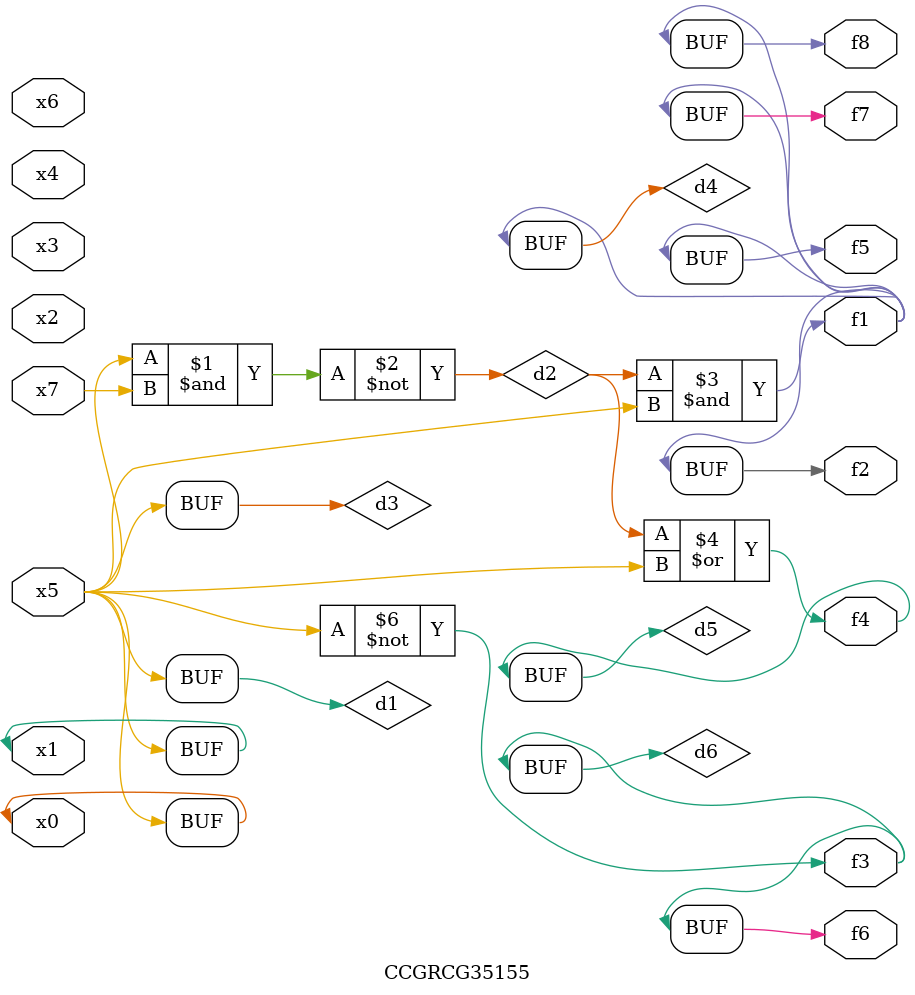
<source format=v>
module CCGRCG35155(
	input x0, x1, x2, x3, x4, x5, x6, x7,
	output f1, f2, f3, f4, f5, f6, f7, f8
);

	wire d1, d2, d3, d4, d5, d6;

	buf (d1, x0, x5);
	nand (d2, x5, x7);
	buf (d3, x0, x1);
	and (d4, d2, d3);
	or (d5, d2, d3);
	nor (d6, d1, d3);
	assign f1 = d4;
	assign f2 = d4;
	assign f3 = d6;
	assign f4 = d5;
	assign f5 = d4;
	assign f6 = d6;
	assign f7 = d4;
	assign f8 = d4;
endmodule

</source>
